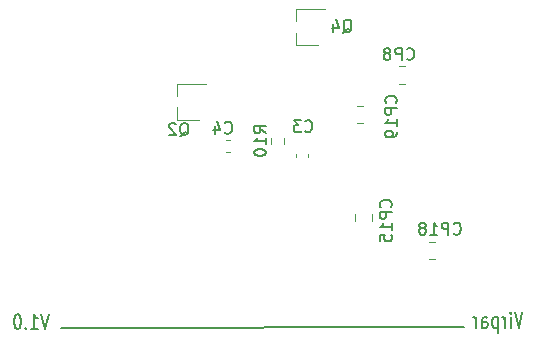
<source format=gbr>
%TF.GenerationSoftware,KiCad,Pcbnew,(6.0.6)*%
%TF.CreationDate,2022-07-25T23:57:12+01:00*%
%TF.ProjectId,Virpar,56697270-6172-42e6-9b69-6361645f7063,rev?*%
%TF.SameCoordinates,Original*%
%TF.FileFunction,Legend,Bot*%
%TF.FilePolarity,Positive*%
%FSLAX46Y46*%
G04 Gerber Fmt 4.6, Leading zero omitted, Abs format (unit mm)*
G04 Created by KiCad (PCBNEW (6.0.6)) date 2022-07-25 23:57:12*
%MOMM*%
%LPD*%
G01*
G04 APERTURE LIST*
%ADD10C,0.200000*%
%ADD11C,0.150000*%
%ADD12C,0.120000*%
G04 APERTURE END LIST*
D10*
X139180000Y-102676807D02*
X173330000Y-102670000D01*
X138153809Y-101518095D02*
X137820476Y-102818095D01*
X137487142Y-101518095D01*
X136630000Y-102818095D02*
X137201428Y-102818095D01*
X136915714Y-102818095D02*
X136915714Y-101518095D01*
X137010952Y-101703809D01*
X137106190Y-101827619D01*
X137201428Y-101889523D01*
X136201428Y-102694285D02*
X136153809Y-102756190D01*
X136201428Y-102818095D01*
X136249047Y-102756190D01*
X136201428Y-102694285D01*
X136201428Y-102818095D01*
X135534761Y-101518095D02*
X135439523Y-101518095D01*
X135344285Y-101580000D01*
X135296666Y-101641904D01*
X135249047Y-101765714D01*
X135201428Y-102013333D01*
X135201428Y-102322857D01*
X135249047Y-102570476D01*
X135296666Y-102694285D01*
X135344285Y-102756190D01*
X135439523Y-102818095D01*
X135534761Y-102818095D01*
X135630000Y-102756190D01*
X135677619Y-102694285D01*
X135725238Y-102570476D01*
X135772857Y-102322857D01*
X135772857Y-102013333D01*
X135725238Y-101765714D01*
X135677619Y-101641904D01*
X135630000Y-101580000D01*
X135534761Y-101518095D01*
X178255238Y-101378095D02*
X177921904Y-102678095D01*
X177588571Y-101378095D01*
X177255238Y-102678095D02*
X177255238Y-101811428D01*
X177255238Y-101378095D02*
X177302857Y-101440000D01*
X177255238Y-101501904D01*
X177207619Y-101440000D01*
X177255238Y-101378095D01*
X177255238Y-101501904D01*
X176779047Y-102678095D02*
X176779047Y-101811428D01*
X176779047Y-102059047D02*
X176731428Y-101935238D01*
X176683809Y-101873333D01*
X176588571Y-101811428D01*
X176493333Y-101811428D01*
X176160000Y-101811428D02*
X176160000Y-103111428D01*
X176160000Y-101873333D02*
X176064761Y-101811428D01*
X175874285Y-101811428D01*
X175779047Y-101873333D01*
X175731428Y-101935238D01*
X175683809Y-102059047D01*
X175683809Y-102430476D01*
X175731428Y-102554285D01*
X175779047Y-102616190D01*
X175874285Y-102678095D01*
X176064761Y-102678095D01*
X176160000Y-102616190D01*
X174826666Y-102678095D02*
X174826666Y-101997142D01*
X174874285Y-101873333D01*
X174969523Y-101811428D01*
X175160000Y-101811428D01*
X175255238Y-101873333D01*
X174826666Y-102616190D02*
X174921904Y-102678095D01*
X175160000Y-102678095D01*
X175255238Y-102616190D01*
X175302857Y-102492380D01*
X175302857Y-102368571D01*
X175255238Y-102244761D01*
X175160000Y-102182857D01*
X174921904Y-102182857D01*
X174826666Y-102120952D01*
X174350476Y-102678095D02*
X174350476Y-101811428D01*
X174350476Y-102059047D02*
X174302857Y-101935238D01*
X174255238Y-101873333D01*
X174160000Y-101811428D01*
X174064761Y-101811428D01*
D11*
%TO.C,CP19*%
X167539942Y-83667742D02*
X167587561Y-83620123D01*
X167635180Y-83477266D01*
X167635180Y-83382028D01*
X167587561Y-83239171D01*
X167492323Y-83143933D01*
X167397085Y-83096314D01*
X167206609Y-83048695D01*
X167063752Y-83048695D01*
X166873276Y-83096314D01*
X166778038Y-83143933D01*
X166682800Y-83239171D01*
X166635180Y-83382028D01*
X166635180Y-83477266D01*
X166682800Y-83620123D01*
X166730419Y-83667742D01*
X167635180Y-84096314D02*
X166635180Y-84096314D01*
X166635180Y-84477266D01*
X166682800Y-84572504D01*
X166730419Y-84620123D01*
X166825657Y-84667742D01*
X166968514Y-84667742D01*
X167063752Y-84620123D01*
X167111371Y-84572504D01*
X167158990Y-84477266D01*
X167158990Y-84096314D01*
X167635180Y-85620123D02*
X167635180Y-85048695D01*
X167635180Y-85334409D02*
X166635180Y-85334409D01*
X166778038Y-85239171D01*
X166873276Y-85143933D01*
X166920895Y-85048695D01*
X167635180Y-86096314D02*
X167635180Y-86286790D01*
X167587561Y-86382028D01*
X167539942Y-86429647D01*
X167397085Y-86524885D01*
X167206609Y-86572504D01*
X166825657Y-86572504D01*
X166730419Y-86524885D01*
X166682800Y-86477266D01*
X166635180Y-86382028D01*
X166635180Y-86191552D01*
X166682800Y-86096314D01*
X166730419Y-86048695D01*
X166825657Y-86001076D01*
X167063752Y-86001076D01*
X167158990Y-86048695D01*
X167206609Y-86096314D01*
X167254228Y-86191552D01*
X167254228Y-86382028D01*
X167206609Y-86477266D01*
X167158990Y-86524885D01*
X167063752Y-86572504D01*
%TO.C,C3*%
X159856466Y-86031342D02*
X159904085Y-86078961D01*
X160046942Y-86126580D01*
X160142180Y-86126580D01*
X160285038Y-86078961D01*
X160380276Y-85983723D01*
X160427895Y-85888485D01*
X160475514Y-85698009D01*
X160475514Y-85555152D01*
X160427895Y-85364676D01*
X160380276Y-85269438D01*
X160285038Y-85174200D01*
X160142180Y-85126580D01*
X160046942Y-85126580D01*
X159904085Y-85174200D01*
X159856466Y-85221819D01*
X159523133Y-85126580D02*
X158904085Y-85126580D01*
X159237419Y-85507533D01*
X159094561Y-85507533D01*
X158999323Y-85555152D01*
X158951704Y-85602771D01*
X158904085Y-85698009D01*
X158904085Y-85936104D01*
X158951704Y-86031342D01*
X158999323Y-86078961D01*
X159094561Y-86126580D01*
X159380276Y-86126580D01*
X159475514Y-86078961D01*
X159523133Y-86031342D01*
%TO.C,C4*%
X153049266Y-86158342D02*
X153096885Y-86205961D01*
X153239742Y-86253580D01*
X153334980Y-86253580D01*
X153477838Y-86205961D01*
X153573076Y-86110723D01*
X153620695Y-86015485D01*
X153668314Y-85825009D01*
X153668314Y-85682152D01*
X153620695Y-85491676D01*
X153573076Y-85396438D01*
X153477838Y-85301200D01*
X153334980Y-85253580D01*
X153239742Y-85253580D01*
X153096885Y-85301200D01*
X153049266Y-85348819D01*
X152192123Y-85586914D02*
X152192123Y-86253580D01*
X152430219Y-85205961D02*
X152668314Y-85920247D01*
X152049266Y-85920247D01*
%TO.C,Q4*%
X163055738Y-77708019D02*
X163150976Y-77660400D01*
X163246214Y-77565161D01*
X163389071Y-77422304D01*
X163484309Y-77374685D01*
X163579547Y-77374685D01*
X163531928Y-77612780D02*
X163627166Y-77565161D01*
X163722404Y-77469923D01*
X163770023Y-77279447D01*
X163770023Y-76946114D01*
X163722404Y-76755638D01*
X163627166Y-76660400D01*
X163531928Y-76612780D01*
X163341452Y-76612780D01*
X163246214Y-76660400D01*
X163150976Y-76755638D01*
X163103357Y-76946114D01*
X163103357Y-77279447D01*
X163150976Y-77469923D01*
X163246214Y-77565161D01*
X163341452Y-77612780D01*
X163531928Y-77612780D01*
X162246214Y-76946114D02*
X162246214Y-77612780D01*
X162484309Y-76565161D02*
X162722404Y-77279447D01*
X162103357Y-77279447D01*
%TO.C,R10*%
X156527780Y-86225142D02*
X156051590Y-85891809D01*
X156527780Y-85653714D02*
X155527780Y-85653714D01*
X155527780Y-86034666D01*
X155575400Y-86129904D01*
X155623019Y-86177523D01*
X155718257Y-86225142D01*
X155861114Y-86225142D01*
X155956352Y-86177523D01*
X156003971Y-86129904D01*
X156051590Y-86034666D01*
X156051590Y-85653714D01*
X156527780Y-87177523D02*
X156527780Y-86606095D01*
X156527780Y-86891809D02*
X155527780Y-86891809D01*
X155670638Y-86796571D01*
X155765876Y-86701333D01*
X155813495Y-86606095D01*
X155527780Y-87796571D02*
X155527780Y-87891809D01*
X155575400Y-87987047D01*
X155623019Y-88034666D01*
X155718257Y-88082285D01*
X155908733Y-88129904D01*
X156146828Y-88129904D01*
X156337304Y-88082285D01*
X156432542Y-88034666D01*
X156480161Y-87987047D01*
X156527780Y-87891809D01*
X156527780Y-87796571D01*
X156480161Y-87701333D01*
X156432542Y-87653714D01*
X156337304Y-87606095D01*
X156146828Y-87558476D01*
X155908733Y-87558476D01*
X155718257Y-87606095D01*
X155623019Y-87653714D01*
X155575400Y-87701333D01*
X155527780Y-87796571D01*
%TO.C,CP18*%
X172417857Y-94707142D02*
X172465476Y-94754761D01*
X172608333Y-94802380D01*
X172703571Y-94802380D01*
X172846428Y-94754761D01*
X172941666Y-94659523D01*
X172989285Y-94564285D01*
X173036904Y-94373809D01*
X173036904Y-94230952D01*
X172989285Y-94040476D01*
X172941666Y-93945238D01*
X172846428Y-93850000D01*
X172703571Y-93802380D01*
X172608333Y-93802380D01*
X172465476Y-93850000D01*
X172417857Y-93897619D01*
X171989285Y-94802380D02*
X171989285Y-93802380D01*
X171608333Y-93802380D01*
X171513095Y-93850000D01*
X171465476Y-93897619D01*
X171417857Y-93992857D01*
X171417857Y-94135714D01*
X171465476Y-94230952D01*
X171513095Y-94278571D01*
X171608333Y-94326190D01*
X171989285Y-94326190D01*
X170465476Y-94802380D02*
X171036904Y-94802380D01*
X170751190Y-94802380D02*
X170751190Y-93802380D01*
X170846428Y-93945238D01*
X170941666Y-94040476D01*
X171036904Y-94088095D01*
X169894047Y-94230952D02*
X169989285Y-94183333D01*
X170036904Y-94135714D01*
X170084523Y-94040476D01*
X170084523Y-93992857D01*
X170036904Y-93897619D01*
X169989285Y-93850000D01*
X169894047Y-93802380D01*
X169703571Y-93802380D01*
X169608333Y-93850000D01*
X169560714Y-93897619D01*
X169513095Y-93992857D01*
X169513095Y-94040476D01*
X169560714Y-94135714D01*
X169608333Y-94183333D01*
X169703571Y-94230952D01*
X169894047Y-94230952D01*
X169989285Y-94278571D01*
X170036904Y-94326190D01*
X170084523Y-94421428D01*
X170084523Y-94611904D01*
X170036904Y-94707142D01*
X169989285Y-94754761D01*
X169894047Y-94802380D01*
X169703571Y-94802380D01*
X169608333Y-94754761D01*
X169560714Y-94707142D01*
X169513095Y-94611904D01*
X169513095Y-94421428D01*
X169560714Y-94326190D01*
X169608333Y-94278571D01*
X169703571Y-94230952D01*
%TO.C,Q2*%
X149245238Y-86472619D02*
X149340476Y-86425000D01*
X149435714Y-86329761D01*
X149578571Y-86186904D01*
X149673809Y-86139285D01*
X149769047Y-86139285D01*
X149721428Y-86377380D02*
X149816666Y-86329761D01*
X149911904Y-86234523D01*
X149959523Y-86044047D01*
X149959523Y-85710714D01*
X149911904Y-85520238D01*
X149816666Y-85425000D01*
X149721428Y-85377380D01*
X149530952Y-85377380D01*
X149435714Y-85425000D01*
X149340476Y-85520238D01*
X149292857Y-85710714D01*
X149292857Y-86044047D01*
X149340476Y-86234523D01*
X149435714Y-86329761D01*
X149530952Y-86377380D01*
X149721428Y-86377380D01*
X148911904Y-85472619D02*
X148864285Y-85425000D01*
X148769047Y-85377380D01*
X148530952Y-85377380D01*
X148435714Y-85425000D01*
X148388095Y-85472619D01*
X148340476Y-85567857D01*
X148340476Y-85663095D01*
X148388095Y-85805952D01*
X148959523Y-86377380D01*
X148340476Y-86377380D01*
%TO.C,CP15*%
X167082142Y-92482142D02*
X167129761Y-92434523D01*
X167177380Y-92291666D01*
X167177380Y-92196428D01*
X167129761Y-92053571D01*
X167034523Y-91958333D01*
X166939285Y-91910714D01*
X166748809Y-91863095D01*
X166605952Y-91863095D01*
X166415476Y-91910714D01*
X166320238Y-91958333D01*
X166225000Y-92053571D01*
X166177380Y-92196428D01*
X166177380Y-92291666D01*
X166225000Y-92434523D01*
X166272619Y-92482142D01*
X167177380Y-92910714D02*
X166177380Y-92910714D01*
X166177380Y-93291666D01*
X166225000Y-93386904D01*
X166272619Y-93434523D01*
X166367857Y-93482142D01*
X166510714Y-93482142D01*
X166605952Y-93434523D01*
X166653571Y-93386904D01*
X166701190Y-93291666D01*
X166701190Y-92910714D01*
X167177380Y-94434523D02*
X167177380Y-93863095D01*
X167177380Y-94148809D02*
X166177380Y-94148809D01*
X166320238Y-94053571D01*
X166415476Y-93958333D01*
X166463095Y-93863095D01*
X166177380Y-95339285D02*
X166177380Y-94863095D01*
X166653571Y-94815476D01*
X166605952Y-94863095D01*
X166558333Y-94958333D01*
X166558333Y-95196428D01*
X166605952Y-95291666D01*
X166653571Y-95339285D01*
X166748809Y-95386904D01*
X166986904Y-95386904D01*
X167082142Y-95339285D01*
X167129761Y-95291666D01*
X167177380Y-95196428D01*
X167177380Y-94958333D01*
X167129761Y-94863095D01*
X167082142Y-94815476D01*
%TO.C,CP8*%
X168459066Y-79909942D02*
X168506685Y-79957561D01*
X168649542Y-80005180D01*
X168744780Y-80005180D01*
X168887638Y-79957561D01*
X168982876Y-79862323D01*
X169030495Y-79767085D01*
X169078114Y-79576609D01*
X169078114Y-79433752D01*
X169030495Y-79243276D01*
X168982876Y-79148038D01*
X168887638Y-79052800D01*
X168744780Y-79005180D01*
X168649542Y-79005180D01*
X168506685Y-79052800D01*
X168459066Y-79100419D01*
X168030495Y-80005180D02*
X168030495Y-79005180D01*
X167649542Y-79005180D01*
X167554304Y-79052800D01*
X167506685Y-79100419D01*
X167459066Y-79195657D01*
X167459066Y-79338514D01*
X167506685Y-79433752D01*
X167554304Y-79481371D01*
X167649542Y-79528990D01*
X168030495Y-79528990D01*
X166887638Y-79433752D02*
X166982876Y-79386133D01*
X167030495Y-79338514D01*
X167078114Y-79243276D01*
X167078114Y-79195657D01*
X167030495Y-79100419D01*
X166982876Y-79052800D01*
X166887638Y-79005180D01*
X166697161Y-79005180D01*
X166601923Y-79052800D01*
X166554304Y-79100419D01*
X166506685Y-79195657D01*
X166506685Y-79243276D01*
X166554304Y-79338514D01*
X166601923Y-79386133D01*
X166697161Y-79433752D01*
X166887638Y-79433752D01*
X166982876Y-79481371D01*
X167030495Y-79528990D01*
X167078114Y-79624228D01*
X167078114Y-79814704D01*
X167030495Y-79909942D01*
X166982876Y-79957561D01*
X166887638Y-80005180D01*
X166697161Y-80005180D01*
X166601923Y-79957561D01*
X166554304Y-79909942D01*
X166506685Y-79814704D01*
X166506685Y-79624228D01*
X166554304Y-79528990D01*
X166601923Y-79481371D01*
X166697161Y-79433752D01*
D12*
%TO.C,CP19*%
X164254548Y-85393200D02*
X164777052Y-85393200D01*
X164254548Y-83923200D02*
X164777052Y-83923200D01*
%TO.C,C3*%
X159078200Y-88258867D02*
X159078200Y-87966333D01*
X160098200Y-88258867D02*
X160098200Y-87966333D01*
%TO.C,C4*%
X153486067Y-86789800D02*
X153193533Y-86789800D01*
X153486067Y-87809800D02*
X153193533Y-87809800D01*
%TO.C,Q4*%
X159120800Y-78766000D02*
X160970800Y-78766000D01*
X159120800Y-77716000D02*
X159120800Y-78766000D01*
X159140800Y-75706000D02*
X161570800Y-75706000D01*
X159120800Y-75716000D02*
X159120800Y-76716000D01*
%TO.C,R10*%
X158027900Y-86613276D02*
X158027900Y-87122724D01*
X156982900Y-86613276D02*
X156982900Y-87122724D01*
%TO.C,CP18*%
X170325148Y-95416700D02*
X170847652Y-95416700D01*
X170325148Y-96886700D02*
X170847652Y-96886700D01*
%TO.C,Q2*%
X149037000Y-85090600D02*
X150887000Y-85090600D01*
X149037000Y-82040600D02*
X149037000Y-83040600D01*
X149057000Y-82030600D02*
X151487000Y-82030600D01*
X149037000Y-84040600D02*
X149037000Y-85090600D01*
%TO.C,CP15*%
X164085600Y-93096448D02*
X164085600Y-93618952D01*
X165555600Y-93096448D02*
X165555600Y-93618952D01*
%TO.C,CP8*%
X167759748Y-80570400D02*
X168282252Y-80570400D01*
X167759748Y-82040400D02*
X168282252Y-82040400D01*
%TD*%
M02*

</source>
